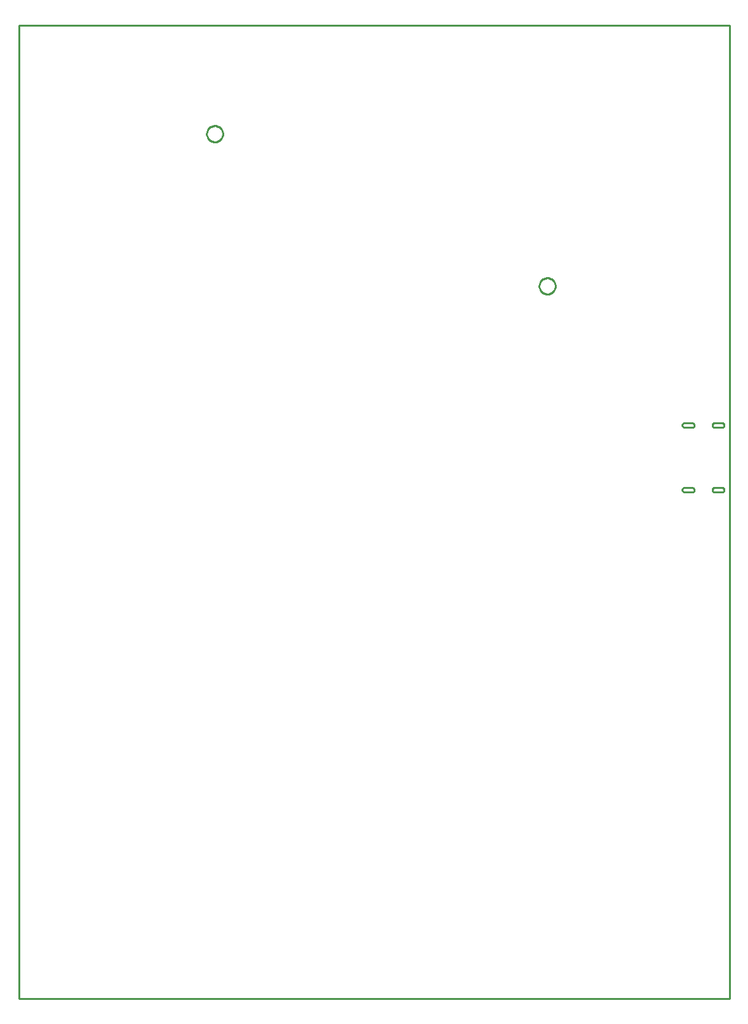
<source format=gbr>
G04 EAGLE Gerber RS-274X export*
G75*
%MOMM*%
%FSLAX34Y34*%
%LPD*%
%IN*%
%IPPOS*%
%AMOC8*
5,1,8,0,0,1.08239X$1,22.5*%
G01*
%ADD10C,0.254000*%


D10*
X-475000Y0D02*
X475000Y0D01*
X475000Y1300000D01*
X-475000Y1300000D01*
X-475000Y0D01*
X455000Y676300D02*
X465000Y676300D01*
X465261Y676311D01*
X465521Y676346D01*
X465776Y676402D01*
X466026Y676481D01*
X466268Y676581D01*
X466500Y676702D01*
X466721Y676843D01*
X466928Y677002D01*
X467121Y677179D01*
X467298Y677372D01*
X467457Y677579D01*
X467598Y677800D01*
X467719Y678032D01*
X467819Y678274D01*
X467898Y678524D01*
X467954Y678779D01*
X467989Y679039D01*
X468000Y679300D01*
X467989Y679561D01*
X467954Y679821D01*
X467898Y680076D01*
X467819Y680326D01*
X467719Y680568D01*
X467598Y680800D01*
X467457Y681021D01*
X467298Y681228D01*
X467121Y681421D01*
X466928Y681598D01*
X466721Y681757D01*
X466500Y681898D01*
X466268Y682019D01*
X466026Y682119D01*
X465776Y682198D01*
X465521Y682254D01*
X465261Y682289D01*
X465000Y682300D01*
X455000Y682300D01*
X454739Y682289D01*
X454479Y682254D01*
X454224Y682198D01*
X453974Y682119D01*
X453732Y682019D01*
X453500Y681898D01*
X453279Y681757D01*
X453072Y681598D01*
X452879Y681421D01*
X452702Y681228D01*
X452543Y681021D01*
X452402Y680800D01*
X452281Y680568D01*
X452181Y680326D01*
X452102Y680076D01*
X452046Y679821D01*
X452011Y679561D01*
X452000Y679300D01*
X452011Y679039D01*
X452046Y678779D01*
X452102Y678524D01*
X452181Y678274D01*
X452281Y678032D01*
X452402Y677800D01*
X452543Y677579D01*
X452702Y677372D01*
X452879Y677179D01*
X453072Y677002D01*
X453279Y676843D01*
X453500Y676702D01*
X453732Y676581D01*
X453974Y676481D01*
X454224Y676402D01*
X454479Y676346D01*
X454739Y676311D01*
X455000Y676300D01*
X455000Y762700D02*
X465000Y762700D01*
X465261Y762711D01*
X465521Y762746D01*
X465776Y762802D01*
X466026Y762881D01*
X466268Y762981D01*
X466500Y763102D01*
X466721Y763243D01*
X466928Y763402D01*
X467121Y763579D01*
X467298Y763772D01*
X467457Y763979D01*
X467598Y764200D01*
X467719Y764432D01*
X467819Y764674D01*
X467898Y764924D01*
X467954Y765179D01*
X467989Y765439D01*
X468000Y765700D01*
X467989Y765961D01*
X467954Y766221D01*
X467898Y766476D01*
X467819Y766726D01*
X467719Y766968D01*
X467598Y767200D01*
X467457Y767421D01*
X467298Y767628D01*
X467121Y767821D01*
X466928Y767998D01*
X466721Y768157D01*
X466500Y768298D01*
X466268Y768419D01*
X466026Y768519D01*
X465776Y768598D01*
X465521Y768654D01*
X465261Y768689D01*
X465000Y768700D01*
X455000Y768700D01*
X454739Y768689D01*
X454479Y768654D01*
X454224Y768598D01*
X453974Y768519D01*
X453732Y768419D01*
X453500Y768298D01*
X453279Y768157D01*
X453072Y767998D01*
X452879Y767821D01*
X452702Y767628D01*
X452543Y767421D01*
X452402Y767200D01*
X452281Y766968D01*
X452181Y766726D01*
X452102Y766476D01*
X452046Y766221D01*
X452011Y765961D01*
X452000Y765700D01*
X452011Y765439D01*
X452046Y765179D01*
X452102Y764924D01*
X452181Y764674D01*
X452281Y764432D01*
X452402Y764200D01*
X452543Y763979D01*
X452702Y763772D01*
X452879Y763579D01*
X453072Y763402D01*
X453279Y763243D01*
X453500Y763102D01*
X453732Y762981D01*
X453974Y762881D01*
X454224Y762802D01*
X454479Y762746D01*
X454739Y762711D01*
X455000Y762700D01*
X415000Y676300D02*
X425000Y676300D01*
X425261Y676311D01*
X425521Y676346D01*
X425776Y676402D01*
X426026Y676481D01*
X426268Y676581D01*
X426500Y676702D01*
X426721Y676843D01*
X426928Y677002D01*
X427121Y677179D01*
X427298Y677372D01*
X427457Y677579D01*
X427598Y677800D01*
X427719Y678032D01*
X427819Y678274D01*
X427898Y678524D01*
X427954Y678779D01*
X427989Y679039D01*
X428000Y679300D01*
X427989Y679561D01*
X427954Y679821D01*
X427898Y680076D01*
X427819Y680326D01*
X427719Y680568D01*
X427598Y680800D01*
X427457Y681021D01*
X427298Y681228D01*
X427121Y681421D01*
X426928Y681598D01*
X426721Y681757D01*
X426500Y681898D01*
X426268Y682019D01*
X426026Y682119D01*
X425776Y682198D01*
X425521Y682254D01*
X425261Y682289D01*
X425000Y682300D01*
X415000Y682300D01*
X414739Y682289D01*
X414479Y682254D01*
X414224Y682198D01*
X413974Y682119D01*
X413732Y682019D01*
X413500Y681898D01*
X413279Y681757D01*
X413072Y681598D01*
X412879Y681421D01*
X412702Y681228D01*
X412543Y681021D01*
X412402Y680800D01*
X412281Y680568D01*
X412181Y680326D01*
X412102Y680076D01*
X412046Y679821D01*
X412011Y679561D01*
X412000Y679300D01*
X412011Y679039D01*
X412046Y678779D01*
X412102Y678524D01*
X412181Y678274D01*
X412281Y678032D01*
X412402Y677800D01*
X412543Y677579D01*
X412702Y677372D01*
X412879Y677179D01*
X413072Y677002D01*
X413279Y676843D01*
X413500Y676702D01*
X413732Y676581D01*
X413974Y676481D01*
X414224Y676402D01*
X414479Y676346D01*
X414739Y676311D01*
X415000Y676300D01*
X415000Y762700D02*
X425000Y762700D01*
X425261Y762711D01*
X425521Y762746D01*
X425776Y762802D01*
X426026Y762881D01*
X426268Y762981D01*
X426500Y763102D01*
X426721Y763243D01*
X426928Y763402D01*
X427121Y763579D01*
X427298Y763772D01*
X427457Y763979D01*
X427598Y764200D01*
X427719Y764432D01*
X427819Y764674D01*
X427898Y764924D01*
X427954Y765179D01*
X427989Y765439D01*
X428000Y765700D01*
X427989Y765961D01*
X427954Y766221D01*
X427898Y766476D01*
X427819Y766726D01*
X427719Y766968D01*
X427598Y767200D01*
X427457Y767421D01*
X427298Y767628D01*
X427121Y767821D01*
X426928Y767998D01*
X426721Y768157D01*
X426500Y768298D01*
X426268Y768419D01*
X426026Y768519D01*
X425776Y768598D01*
X425521Y768654D01*
X425261Y768689D01*
X425000Y768700D01*
X415000Y768700D01*
X414739Y768689D01*
X414479Y768654D01*
X414224Y768598D01*
X413974Y768519D01*
X413732Y768419D01*
X413500Y768298D01*
X413279Y768157D01*
X413072Y767998D01*
X412879Y767821D01*
X412702Y767628D01*
X412543Y767421D01*
X412402Y767200D01*
X412281Y766968D01*
X412181Y766726D01*
X412102Y766476D01*
X412046Y766221D01*
X412011Y765961D01*
X412000Y765700D01*
X412011Y765439D01*
X412046Y765179D01*
X412102Y764924D01*
X412181Y764674D01*
X412281Y764432D01*
X412402Y764200D01*
X412543Y763979D01*
X412702Y763772D01*
X412879Y763579D01*
X413072Y763402D01*
X413279Y763243D01*
X413500Y763102D01*
X413732Y762981D01*
X413974Y762881D01*
X414224Y762802D01*
X414479Y762746D01*
X414739Y762711D01*
X415000Y762700D01*
X220725Y951218D02*
X220792Y950376D01*
X220924Y949542D01*
X221121Y948721D01*
X221382Y947917D01*
X221705Y947137D01*
X222089Y946384D01*
X222530Y945664D01*
X223027Y944980D01*
X223575Y944338D01*
X224173Y943741D01*
X224815Y943192D01*
X225498Y942696D01*
X226219Y942254D01*
X226971Y941871D01*
X227752Y941547D01*
X228555Y941286D01*
X229377Y941089D01*
X230211Y940957D01*
X231053Y940891D01*
X231898Y940891D01*
X232740Y940957D01*
X233574Y941089D01*
X234396Y941286D01*
X235199Y941547D01*
X235980Y941871D01*
X236732Y942254D01*
X237452Y942696D01*
X238136Y943192D01*
X238778Y943741D01*
X239376Y944338D01*
X239924Y944980D01*
X240421Y945664D01*
X240862Y946384D01*
X241246Y947137D01*
X241569Y947917D01*
X241830Y948721D01*
X242027Y949542D01*
X242159Y950376D01*
X242225Y951218D01*
X242225Y952063D01*
X242159Y952905D01*
X242027Y953740D01*
X241830Y954561D01*
X241569Y955364D01*
X241246Y956145D01*
X240862Y956898D01*
X240421Y957618D01*
X239924Y958301D01*
X239376Y958944D01*
X238778Y959541D01*
X238136Y960089D01*
X237452Y960586D01*
X236732Y961027D01*
X235980Y961411D01*
X235199Y961734D01*
X234396Y961995D01*
X233574Y962192D01*
X232740Y962325D01*
X231898Y962391D01*
X231053Y962391D01*
X230211Y962325D01*
X229377Y962192D01*
X228555Y961995D01*
X227752Y961734D01*
X226971Y961411D01*
X226219Y961027D01*
X225498Y960586D01*
X224815Y960089D01*
X224173Y959541D01*
X223575Y958944D01*
X223027Y958301D01*
X222530Y957618D01*
X222089Y956898D01*
X221705Y956145D01*
X221382Y955364D01*
X221121Y954561D01*
X220924Y953740D01*
X220792Y952905D01*
X220725Y952063D01*
X220725Y951218D01*
X-223775Y1154418D02*
X-223708Y1153576D01*
X-223576Y1152742D01*
X-223379Y1151921D01*
X-223118Y1151117D01*
X-222795Y1150337D01*
X-222411Y1149584D01*
X-221970Y1148864D01*
X-221473Y1148180D01*
X-220925Y1147538D01*
X-220327Y1146941D01*
X-219685Y1146392D01*
X-219002Y1145896D01*
X-218281Y1145454D01*
X-217529Y1145071D01*
X-216748Y1144747D01*
X-215945Y1144486D01*
X-215123Y1144289D01*
X-214289Y1144157D01*
X-213447Y1144091D01*
X-212602Y1144091D01*
X-211760Y1144157D01*
X-210926Y1144289D01*
X-210104Y1144486D01*
X-209301Y1144747D01*
X-208520Y1145071D01*
X-207768Y1145454D01*
X-207048Y1145896D01*
X-206364Y1146392D01*
X-205722Y1146941D01*
X-205124Y1147538D01*
X-204576Y1148180D01*
X-204079Y1148864D01*
X-203638Y1149584D01*
X-203254Y1150337D01*
X-202931Y1151117D01*
X-202670Y1151921D01*
X-202473Y1152742D01*
X-202341Y1153576D01*
X-202275Y1154418D01*
X-202275Y1155263D01*
X-202341Y1156105D01*
X-202473Y1156940D01*
X-202670Y1157761D01*
X-202931Y1158564D01*
X-203254Y1159345D01*
X-203638Y1160098D01*
X-204079Y1160818D01*
X-204576Y1161501D01*
X-205124Y1162144D01*
X-205722Y1162741D01*
X-206364Y1163289D01*
X-207048Y1163786D01*
X-207768Y1164227D01*
X-208520Y1164611D01*
X-209301Y1164934D01*
X-210104Y1165195D01*
X-210926Y1165392D01*
X-211760Y1165525D01*
X-212602Y1165591D01*
X-213447Y1165591D01*
X-214289Y1165525D01*
X-215123Y1165392D01*
X-215945Y1165195D01*
X-216748Y1164934D01*
X-217529Y1164611D01*
X-218281Y1164227D01*
X-219002Y1163786D01*
X-219685Y1163289D01*
X-220327Y1162741D01*
X-220925Y1162144D01*
X-221473Y1161501D01*
X-221970Y1160818D01*
X-222411Y1160098D01*
X-222795Y1159345D01*
X-223118Y1158564D01*
X-223379Y1157761D01*
X-223576Y1156940D01*
X-223708Y1156105D01*
X-223775Y1155263D01*
X-223775Y1154418D01*
M02*

</source>
